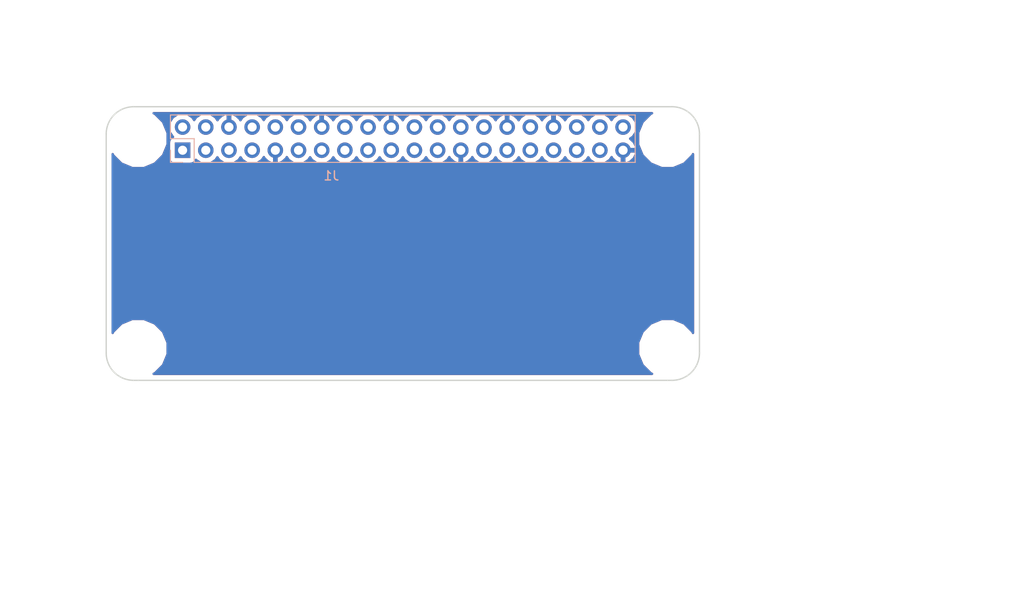
<source format=kicad_pcb>
(kicad_pcb (version 20171130) (host pcbnew 5.0.2-bee76a0~70~ubuntu16.04.1)

  (general
    (thickness 1.6)
    (drawings 20)
    (tracks 0)
    (zones 0)
    (modules 5)
    (nets 32)
  )

  (page A4)
  (title_block
    (title "Raspberry Pi Zero (W) uHAT Template Board")
    (date 2019-02-28)
    (rev 1.0)
    (comment 1 "This PCB design is licensed under MIT Open Source License.")
  )

  (layers
    (0 F.Cu signal)
    (31 B.Cu signal)
    (32 B.Adhes user)
    (33 F.Adhes user)
    (34 B.Paste user)
    (35 F.Paste user)
    (36 B.SilkS user)
    (37 F.SilkS user)
    (38 B.Mask user)
    (39 F.Mask user)
    (40 Dwgs.User user)
    (41 Cmts.User user)
    (42 Eco1.User user)
    (43 Eco2.User user)
    (44 Edge.Cuts user)
    (45 Margin user)
    (46 B.CrtYd user)
    (47 F.CrtYd user)
    (48 B.Fab user hide)
    (49 F.Fab user hide)
  )

  (setup
    (last_trace_width 0.25)
    (trace_clearance 0.2)
    (zone_clearance 0.508)
    (zone_45_only no)
    (trace_min 0.2)
    (segment_width 0.2)
    (edge_width 0.15)
    (via_size 0.8)
    (via_drill 0.4)
    (via_min_size 0.4)
    (via_min_drill 0.3)
    (uvia_size 0.3)
    (uvia_drill 0.1)
    (uvias_allowed no)
    (uvia_min_size 0.2)
    (uvia_min_drill 0.1)
    (pcb_text_width 0.3)
    (pcb_text_size 1.5 1.5)
    (mod_edge_width 0.15)
    (mod_text_size 1 1)
    (mod_text_width 0.15)
    (pad_size 1.524 1.524)
    (pad_drill 0.762)
    (pad_to_mask_clearance 0.051)
    (solder_mask_min_width 0.25)
    (aux_axis_origin 0 0)
    (grid_origin 121.032 94.568)
    (visible_elements FFFFFF7F)
    (pcbplotparams
      (layerselection 0x010fc_ffffffff)
      (usegerberextensions false)
      (usegerberattributes false)
      (usegerberadvancedattributes false)
      (creategerberjobfile false)
      (excludeedgelayer true)
      (linewidth 0.100000)
      (plotframeref false)
      (viasonmask false)
      (mode 1)
      (useauxorigin false)
      (hpglpennumber 1)
      (hpglpenspeed 20)
      (hpglpendiameter 15.000000)
      (psnegative false)
      (psa4output false)
      (plotreference true)
      (plotvalue true)
      (plotinvisibletext false)
      (padsonsilk false)
      (subtractmaskfromsilk false)
      (outputformat 1)
      (mirror false)
      (drillshape 1)
      (scaleselection 1)
      (outputdirectory ""))
  )

  (net 0 "")
  (net 1 +3V3)
  (net 2 +5V)
  (net 3 /GPIO2_SDA1)
  (net 4 /GPIO3_SCL1)
  (net 5 GND)
  (net 6 /GPIO4_GPIO_GCLK)
  (net 7 /GPIO14_TXD0)
  (net 8 /GPIO15_RXD0)
  (net 9 /GPIO17_GEN0)
  (net 10 /GPIO18_GEN1)
  (net 11 /GPIO27_GEN2)
  (net 12 /GPIO22_GEN3)
  (net 13 /GPIO23_GEN4)
  (net 14 /GPIO24_GEN5)
  (net 15 /GPIO10_SPI_MOSI)
  (net 16 /GPIO9_SPI_MISO)
  (net 17 /GPIO25_GEN6)
  (net 18 /GPIO11_SPI_SCLK)
  (net 19 /GPIO8_SPI_CE0_N)
  (net 20 /GPIO7_SPI_CE1_N)
  (net 21 /ID_SD)
  (net 22 /ID_SC)
  (net 23 /GPIO5)
  (net 24 /GPIO6)
  (net 25 /GPIO12)
  (net 26 /GPIO13)
  (net 27 /GPIO19)
  (net 28 /GPIO16)
  (net 29 /GPIO26)
  (net 30 /GPIO20)
  (net 31 /GPIO21)

  (net_class Default "This is the default net class."
    (clearance 0.2)
    (trace_width 0.25)
    (via_dia 0.8)
    (via_drill 0.4)
    (uvia_dia 0.3)
    (uvia_drill 0.1)
    (add_net +3V3)
    (add_net +5V)
    (add_net /GPIO10_SPI_MOSI)
    (add_net /GPIO11_SPI_SCLK)
    (add_net /GPIO12)
    (add_net /GPIO13)
    (add_net /GPIO14_TXD0)
    (add_net /GPIO15_RXD0)
    (add_net /GPIO16)
    (add_net /GPIO17_GEN0)
    (add_net /GPIO18_GEN1)
    (add_net /GPIO19)
    (add_net /GPIO20)
    (add_net /GPIO21)
    (add_net /GPIO22_GEN3)
    (add_net /GPIO23_GEN4)
    (add_net /GPIO24_GEN5)
    (add_net /GPIO25_GEN6)
    (add_net /GPIO26)
    (add_net /GPIO27_GEN2)
    (add_net /GPIO2_SDA1)
    (add_net /GPIO3_SCL1)
    (add_net /GPIO4_GPIO_GCLK)
    (add_net /GPIO5)
    (add_net /GPIO6)
    (add_net /GPIO7_SPI_CE1_N)
    (add_net /GPIO8_SPI_CE0_N)
    (add_net /GPIO9_SPI_MISO)
    (add_net /ID_SC)
    (add_net /ID_SD)
    (add_net GND)
  )

  (module lib:PinSocket_2x20_P2.54mm_Vertical_Centered_Anchor (layer B.Cu) (tedit 5C78E1B8) (tstamp 5C78EB08)
    (at 125.902 95.838 270)
    (descr "Through hole straight socket strip, 2x20, 2.54mm pitch, double cols (from Kicad 4.0.7), script generated")
    (tags "Through hole socket strip THT 2x20 2.54mm double row")
    (path /5C77771F)
    (fp_text reference J1 (at 2.8 -16.3) (layer B.SilkS)
      (effects (font (size 1 1) (thickness 0.15)) (justify mirror))
    )
    (fp_text value GPIO_CONNECTOR (at 2.7 -27.3) (layer B.Fab)
      (effects (font (size 1 1) (thickness 0.15)) (justify mirror))
    )
    (fp_line (start -3.81 1.27) (end 0.27 1.27) (layer B.Fab) (width 0.1))
    (fp_line (start 0.27 1.27) (end 1.27 0.27) (layer B.Fab) (width 0.1))
    (fp_line (start 1.27 0.27) (end 1.27 -49.53) (layer B.Fab) (width 0.1))
    (fp_line (start 1.27 -49.53) (end -3.81 -49.53) (layer B.Fab) (width 0.1))
    (fp_line (start -3.81 -49.53) (end -3.81 1.27) (layer B.Fab) (width 0.1))
    (fp_line (start -3.87 1.33) (end -1.27 1.33) (layer B.SilkS) (width 0.12))
    (fp_line (start -3.87 1.33) (end -3.87 -49.59) (layer B.SilkS) (width 0.12))
    (fp_line (start -3.87 -49.59) (end 1.33 -49.59) (layer B.SilkS) (width 0.12))
    (fp_line (start 1.33 -1.27) (end 1.33 -49.59) (layer B.SilkS) (width 0.12))
    (fp_line (start -1.27 -1.27) (end 1.33 -1.27) (layer B.SilkS) (width 0.12))
    (fp_line (start -1.27 1.33) (end -1.27 -1.27) (layer B.SilkS) (width 0.12))
    (fp_line (start 1.33 1.33) (end 1.33 0) (layer B.SilkS) (width 0.12))
    (fp_line (start 0 1.33) (end 1.33 1.33) (layer B.SilkS) (width 0.12))
    (fp_line (start -4.34 1.8) (end 1.76 1.8) (layer B.CrtYd) (width 0.05))
    (fp_line (start 1.76 1.8) (end 1.76 -50) (layer B.CrtYd) (width 0.05))
    (fp_line (start 1.76 -50) (end -4.34 -50) (layer B.CrtYd) (width 0.05))
    (fp_line (start -4.34 -50) (end -4.34 1.8) (layer B.CrtYd) (width 0.05))
    (fp_text user %R (at 2.8 -18.3 180) (layer B.Fab)
      (effects (font (size 1 1) (thickness 0.15)) (justify mirror))
    )
    (pad 1 thru_hole rect (at 0 0 270) (size 1.7 1.7) (drill 1) (layers *.Cu *.Mask)
      (net 1 +3V3))
    (pad 2 thru_hole oval (at -2.54 0 270) (size 1.7 1.7) (drill 1) (layers *.Cu *.Mask)
      (net 2 +5V))
    (pad 3 thru_hole oval (at 0 -2.54 270) (size 1.7 1.7) (drill 1) (layers *.Cu *.Mask)
      (net 3 /GPIO2_SDA1))
    (pad 4 thru_hole oval (at -2.54 -2.54 270) (size 1.7 1.7) (drill 1) (layers *.Cu *.Mask)
      (net 2 +5V))
    (pad 5 thru_hole oval (at 0 -5.08 270) (size 1.7 1.7) (drill 1) (layers *.Cu *.Mask)
      (net 4 /GPIO3_SCL1))
    (pad 6 thru_hole oval (at -2.54 -5.08 270) (size 1.7 1.7) (drill 1) (layers *.Cu *.Mask)
      (net 5 GND))
    (pad 7 thru_hole oval (at 0 -7.62 270) (size 1.7 1.7) (drill 1) (layers *.Cu *.Mask)
      (net 6 /GPIO4_GPIO_GCLK))
    (pad 8 thru_hole oval (at -2.54 -7.62 270) (size 1.7 1.7) (drill 1) (layers *.Cu *.Mask)
      (net 7 /GPIO14_TXD0))
    (pad 9 thru_hole oval (at 0 -10.16 270) (size 1.7 1.7) (drill 1) (layers *.Cu *.Mask)
      (net 5 GND))
    (pad 10 thru_hole oval (at -2.54 -10.16 270) (size 1.7 1.7) (drill 1) (layers *.Cu *.Mask)
      (net 8 /GPIO15_RXD0))
    (pad 11 thru_hole oval (at 0 -12.7 270) (size 1.7 1.7) (drill 1) (layers *.Cu *.Mask)
      (net 9 /GPIO17_GEN0))
    (pad 12 thru_hole oval (at -2.54 -12.7 270) (size 1.7 1.7) (drill 1) (layers *.Cu *.Mask)
      (net 10 /GPIO18_GEN1))
    (pad 13 thru_hole oval (at 0 -15.24 270) (size 1.7 1.7) (drill 1) (layers *.Cu *.Mask)
      (net 11 /GPIO27_GEN2))
    (pad 14 thru_hole oval (at -2.54 -15.24 270) (size 1.7 1.7) (drill 1) (layers *.Cu *.Mask)
      (net 5 GND))
    (pad 15 thru_hole oval (at 0 -17.78 270) (size 1.7 1.7) (drill 1) (layers *.Cu *.Mask)
      (net 12 /GPIO22_GEN3))
    (pad 16 thru_hole oval (at -2.54 -17.78 270) (size 1.7 1.7) (drill 1) (layers *.Cu *.Mask)
      (net 13 /GPIO23_GEN4))
    (pad 17 thru_hole oval (at 0 -20.32 270) (size 1.7 1.7) (drill 1) (layers *.Cu *.Mask)
      (net 1 +3V3))
    (pad 18 thru_hole oval (at -2.54 -20.32 270) (size 1.7 1.7) (drill 1) (layers *.Cu *.Mask)
      (net 14 /GPIO24_GEN5))
    (pad 19 thru_hole oval (at 0 -22.86 270) (size 1.7 1.7) (drill 1) (layers *.Cu *.Mask)
      (net 15 /GPIO10_SPI_MOSI))
    (pad 20 thru_hole oval (at -2.54 -22.86 270) (size 1.7 1.7) (drill 1) (layers *.Cu *.Mask)
      (net 5 GND))
    (pad 21 thru_hole oval (at 0 -25.4 270) (size 1.7 1.7) (drill 1) (layers *.Cu *.Mask)
      (net 16 /GPIO9_SPI_MISO))
    (pad 22 thru_hole oval (at -2.54 -25.4 270) (size 1.7 1.7) (drill 1) (layers *.Cu *.Mask)
      (net 17 /GPIO25_GEN6))
    (pad 23 thru_hole oval (at 0 -27.94 270) (size 1.7 1.7) (drill 1) (layers *.Cu *.Mask)
      (net 18 /GPIO11_SPI_SCLK))
    (pad 24 thru_hole oval (at -2.54 -27.94 270) (size 1.7 1.7) (drill 1) (layers *.Cu *.Mask)
      (net 19 /GPIO8_SPI_CE0_N))
    (pad 25 thru_hole oval (at 0 -30.48 270) (size 1.7 1.7) (drill 1) (layers *.Cu *.Mask)
      (net 5 GND))
    (pad 26 thru_hole oval (at -2.54 -30.48 270) (size 1.7 1.7) (drill 1) (layers *.Cu *.Mask)
      (net 20 /GPIO7_SPI_CE1_N))
    (pad 27 thru_hole oval (at 0 -33.02 270) (size 1.7 1.7) (drill 1) (layers *.Cu *.Mask)
      (net 21 /ID_SD))
    (pad 28 thru_hole oval (at -2.54 -33.02 270) (size 1.7 1.7) (drill 1) (layers *.Cu *.Mask)
      (net 22 /ID_SC))
    (pad 29 thru_hole oval (at 0 -35.56 270) (size 1.7 1.7) (drill 1) (layers *.Cu *.Mask)
      (net 23 /GPIO5))
    (pad 30 thru_hole oval (at -2.54 -35.56 270) (size 1.7 1.7) (drill 1) (layers *.Cu *.Mask)
      (net 5 GND))
    (pad 31 thru_hole oval (at 0 -38.1 270) (size 1.7 1.7) (drill 1) (layers *.Cu *.Mask)
      (net 24 /GPIO6))
    (pad 32 thru_hole oval (at -2.54 -38.1 270) (size 1.7 1.7) (drill 1) (layers *.Cu *.Mask)
      (net 25 /GPIO12))
    (pad 33 thru_hole oval (at 0 -40.64 270) (size 1.7 1.7) (drill 1) (layers *.Cu *.Mask)
      (net 26 /GPIO13))
    (pad 34 thru_hole oval (at -2.54 -40.64 270) (size 1.7 1.7) (drill 1) (layers *.Cu *.Mask)
      (net 5 GND))
    (pad 35 thru_hole oval (at 0 -43.18 270) (size 1.7 1.7) (drill 1) (layers *.Cu *.Mask)
      (net 27 /GPIO19))
    (pad 36 thru_hole oval (at -2.54 -43.18 270) (size 1.7 1.7) (drill 1) (layers *.Cu *.Mask)
      (net 28 /GPIO16))
    (pad 37 thru_hole oval (at 0 -45.72 270) (size 1.7 1.7) (drill 1) (layers *.Cu *.Mask)
      (net 29 /GPIO26))
    (pad 38 thru_hole oval (at -2.54 -45.72 270) (size 1.7 1.7) (drill 1) (layers *.Cu *.Mask)
      (net 30 /GPIO20))
    (pad 39 thru_hole oval (at 0 -48.26 270) (size 1.7 1.7) (drill 1) (layers *.Cu *.Mask)
      (net 5 GND))
    (pad 40 thru_hole oval (at -2.54 -48.26 270) (size 1.7 1.7) (drill 1) (layers *.Cu *.Mask)
      (net 31 /GPIO21))
    (model ${KISYS3DMOD}/Connector_PinSocket_2.54mm.3dshapes/PinSocket_2x20_P2.54mm_Vertical.wrl
      (at (xyz 0 0 0))
      (scale (xyz 1 1 1))
      (rotate (xyz 0 0 0))
    )
  )

  (module lib:MountingHole_2.7mm_M2.5_uHAT_RPi locked (layer F.Cu) (tedit 5C78B840) (tstamp 5C78BBE2)
    (at 121.032 94.568)
    (descr "Mounting Hole 2.7mm, no annular, M2.5")
    (tags "mounting hole 2.7mm no annular m2.5")
    (path /5C7C4C81)
    (attr virtual)
    (fp_text reference H1 (at 0 -3.7) (layer F.SilkS) hide
      (effects (font (size 1 1) (thickness 0.15)))
    )
    (fp_text value MountingHole (at 0 3.7) (layer F.Fab) hide
      (effects (font (size 1 1) (thickness 0.15)))
    )
    (fp_text user %R (at 0.3 0) (layer F.Fab)
      (effects (font (size 1 1) (thickness 0.15)))
    )
    (fp_circle (center 0 0) (end 2.7 0) (layer Cmts.User) (width 0.15))
    (fp_circle (center 0 0) (end 2.95 0) (layer F.CrtYd) (width 0.05))
    (pad "" np_thru_hole circle (at 0 0) (size 2.7 2.7) (drill 2.7) (layers *.Cu *.Mask)
      (clearance 1.75))
  )

  (module lib:MountingHole_2.7mm_M2.5_uHAT_RPi locked (layer F.Cu) (tedit 5C78B867) (tstamp 5C78BBE9)
    (at 179.032 94.568)
    (descr "Mounting Hole 2.7mm, no annular, M2.5")
    (tags "mounting hole 2.7mm no annular m2.5")
    (path /5C7C7FBC)
    (attr virtual)
    (fp_text reference H2 (at 0 -3.7) (layer F.SilkS) hide
      (effects (font (size 1 1) (thickness 0.15)))
    )
    (fp_text value MountingHole (at 0 3.7) (layer F.Fab) hide
      (effects (font (size 1 1) (thickness 0.15)))
    )
    (fp_circle (center 0 0) (end 2.95 0) (layer F.CrtYd) (width 0.05))
    (fp_circle (center 0 0) (end 2.7 0) (layer Cmts.User) (width 0.15))
    (fp_text user %R (at 0.3 0) (layer F.Fab)
      (effects (font (size 1 1) (thickness 0.15)))
    )
    (pad "" np_thru_hole circle (at 0 0) (size 2.7 2.7) (drill 2.7) (layers *.Cu *.Mask)
      (clearance 1.75))
  )

  (module lib:MountingHole_2.7mm_M2.5_uHAT_RPi locked (layer F.Cu) (tedit 5C78B860) (tstamp 5C78BBF0)
    (at 179.032 117.568)
    (descr "Mounting Hole 2.7mm, no annular, M2.5")
    (tags "mounting hole 2.7mm no annular m2.5")
    (path /5C7C8014)
    (attr virtual)
    (fp_text reference H3 (at 0 -3.7) (layer F.SilkS) hide
      (effects (font (size 1 1) (thickness 0.15)))
    )
    (fp_text value MountingHole (at 0 3.7) (layer F.Fab) hide
      (effects (font (size 1 1) (thickness 0.15)))
    )
    (fp_text user %R (at 0.3 0) (layer F.Fab)
      (effects (font (size 1 1) (thickness 0.15)))
    )
    (fp_circle (center 0 0) (end 2.7 0) (layer Cmts.User) (width 0.15))
    (fp_circle (center 0 0) (end 2.95 0) (layer F.CrtYd) (width 0.05))
    (pad "" np_thru_hole circle (at 0 0) (size 2.7 2.7) (drill 2.7) (layers *.Cu *.Mask)
      (clearance 1.75))
  )

  (module lib:MountingHole_2.7mm_M2.5_uHAT_RPi locked (layer F.Cu) (tedit 5C78B845) (tstamp 5C78BBF7)
    (at 121.032 117.568)
    (descr "Mounting Hole 2.7mm, no annular, M2.5")
    (tags "mounting hole 2.7mm no annular m2.5")
    (path /5C7C8030)
    (attr virtual)
    (fp_text reference H4 (at 0 -3.7) (layer F.SilkS) hide
      (effects (font (size 1 1) (thickness 0.15)))
    )
    (fp_text value MountingHole (at 0 3.7) (layer F.Fab) hide
      (effects (font (size 1 1) (thickness 0.15)))
    )
    (fp_circle (center 0 0) (end 2.95 0) (layer F.CrtYd) (width 0.05))
    (fp_circle (center 0 0) (end 2.7 0) (layer Cmts.User) (width 0.15))
    (fp_text user %R (at 0.3 0) (layer F.Fab)
      (effects (font (size 1 1) (thickness 0.15)))
    )
    (pad "" np_thru_hole circle (at 0 0) (size 2.7 2.7) (drill 2.7) (layers *.Cu *.Mask)
      (clearance 1.75))
  )

  (gr_text "Board dimensions are on Cmts (Comments) layer. \nDeselect it in Layers Manager to make them invisible.\n\nGPIO connector nets are not connected, these will get \nupdated as per your schematic/netlist." (at 120.524 139.272) (layer Cmts.User)
    (effects (font (size 1.5 1.5) (thickness 0.3)) (justify left))
  )
  (gr_text "Board Corner Radius = 3mm\nAll holes are M2.5" (at 184.278 87.202) (layer Cmts.User)
    (effects (font (size 1.5 1.5) (thickness 0.3)) (justify left))
  )
  (dimension 29 (width 0.3) (layer Cmts.User)
    (gr_text "29.000 mm" (at 135.532 103.868) (layer Cmts.User)
      (effects (font (size 1.5 1.5) (thickness 0.3)))
    )
    (feature1 (pts (xy 121.032 94.568) (xy 121.032 102.354421)))
    (feature2 (pts (xy 150.032 94.568) (xy 150.032 102.354421)))
    (crossbar (pts (xy 150.032 101.768) (xy 121.032 101.768)))
    (arrow1a (pts (xy 121.032 101.768) (xy 122.158504 101.181579)))
    (arrow1b (pts (xy 121.032 101.768) (xy 122.158504 102.354421)))
    (arrow2a (pts (xy 150.032 101.768) (xy 148.905496 101.181579)))
    (arrow2b (pts (xy 150.032 101.768) (xy 148.905496 102.354421)))
  )
  (dimension 6.2 (width 0.3) (layer Cmts.User)
    (gr_text "6.200 mm" (at 179.032 129.268) (layer Cmts.User)
      (effects (font (size 1.5 1.5) (thickness 0.3)))
    )
    (feature1 (pts (xy 182.132 117.568) (xy 182.132 127.754421)))
    (feature2 (pts (xy 175.932 117.568) (xy 175.932 127.754421)))
    (crossbar (pts (xy 175.932 127.168) (xy 182.132 127.168)))
    (arrow1a (pts (xy 182.132 127.168) (xy 181.005496 127.754421)))
    (arrow1b (pts (xy 182.132 127.168) (xy 181.005496 126.581579)))
    (arrow2a (pts (xy 175.932 127.168) (xy 177.058504 127.754421)))
    (arrow2b (pts (xy 175.932 127.168) (xy 177.058504 126.581579)))
  )
  (dimension 3.5 (width 0.3) (layer Cmts.User)
    (gr_text "3.500 mm" (at 111.432 119.318 270) (layer Cmts.User)
      (effects (font (size 1.5 1.5) (thickness 0.3)))
    )
    (feature1 (pts (xy 121.032 121.068) (xy 112.945579 121.068)))
    (feature2 (pts (xy 121.032 117.568) (xy 112.945579 117.568)))
    (crossbar (pts (xy 113.532 117.568) (xy 113.532 121.068)))
    (arrow1a (pts (xy 113.532 121.068) (xy 112.945579 119.941496)))
    (arrow1b (pts (xy 113.532 121.068) (xy 114.118421 119.941496)))
    (arrow2a (pts (xy 113.532 117.568) (xy 112.945579 118.694504)))
    (arrow2b (pts (xy 113.532 117.568) (xy 114.118421 118.694504)))
  )
  (dimension 3.5 (width 0.3) (layer Cmts.User)
    (gr_text "3.500 mm" (at 119.282 125.668) (layer Cmts.User)
      (effects (font (size 1.5 1.5) (thickness 0.3)))
    )
    (feature1 (pts (xy 117.532 117.568) (xy 117.532 124.154421)))
    (feature2 (pts (xy 121.032 117.568) (xy 121.032 124.154421)))
    (crossbar (pts (xy 121.032 123.568) (xy 117.532 123.568)))
    (arrow1a (pts (xy 117.532 123.568) (xy 118.658504 122.981579)))
    (arrow1b (pts (xy 117.532 123.568) (xy 118.658504 124.154421)))
    (arrow2a (pts (xy 121.032 123.568) (xy 119.905496 122.981579)))
    (arrow2b (pts (xy 121.032 123.568) (xy 119.905496 124.154421)))
  )
  (dimension 30 (width 0.3) (layer Cmts.User)
    (gr_text "30.000 mm" (at 194.132 106.068 270) (layer Cmts.User)
      (effects (font (size 1.5 1.5) (thickness 0.3)))
    )
    (feature1 (pts (xy 179.032 121.068) (xy 192.618421 121.068)))
    (feature2 (pts (xy 179.032 91.068) (xy 192.618421 91.068)))
    (crossbar (pts (xy 192.032 91.068) (xy 192.032 121.068)))
    (arrow1a (pts (xy 192.032 121.068) (xy 191.445579 119.941496)))
    (arrow1b (pts (xy 192.032 121.068) (xy 192.618421 119.941496)))
    (arrow2a (pts (xy 192.032 91.068) (xy 191.445579 92.194504)))
    (arrow2b (pts (xy 192.032 91.068) (xy 192.618421 92.194504)))
  )
  (dimension 23 (width 0.3) (layer Cmts.User)
    (gr_text "23.000 mm" (at 188.632 106.068 270) (layer Cmts.User)
      (effects (font (size 1.5 1.5) (thickness 0.3)))
    )
    (feature1 (pts (xy 179.032 117.568) (xy 187.118421 117.568)))
    (feature2 (pts (xy 179.032 94.568) (xy 187.118421 94.568)))
    (crossbar (pts (xy 186.532 94.568) (xy 186.532 117.568)))
    (arrow1a (pts (xy 186.532 117.568) (xy 185.945579 116.441496)))
    (arrow1b (pts (xy 186.532 117.568) (xy 187.118421 116.441496)))
    (arrow2a (pts (xy 186.532 94.568) (xy 185.945579 95.694504)))
    (arrow2b (pts (xy 186.532 94.568) (xy 187.118421 95.694504)))
  )
  (dimension 65 (width 0.3) (layer Cmts.User)
    (gr_text "65.000 mm" (at 150.032 80.468) (layer Cmts.User)
      (effects (font (size 1.5 1.5) (thickness 0.3)))
    )
    (feature1 (pts (xy 182.532 94.568) (xy 182.532 81.981579)))
    (feature2 (pts (xy 117.532 94.568) (xy 117.532 81.981579)))
    (crossbar (pts (xy 117.532 82.568) (xy 182.532 82.568)))
    (arrow1a (pts (xy 182.532 82.568) (xy 181.405496 83.154421)))
    (arrow1b (pts (xy 182.532 82.568) (xy 181.405496 81.981579)))
    (arrow2a (pts (xy 117.532 82.568) (xy 118.658504 83.154421)))
    (arrow2b (pts (xy 117.532 82.568) (xy 118.658504 81.981579)))
  )
  (dimension 58 (width 0.3) (layer Cmts.User)
    (gr_text "58.000 mm" (at 150.032 84.968) (layer Cmts.User)
      (effects (font (size 1.5 1.5) (thickness 0.3)))
    )
    (feature1 (pts (xy 179.032 94.568) (xy 179.032 86.481579)))
    (feature2 (pts (xy 121.032 94.568) (xy 121.032 86.481579)))
    (crossbar (pts (xy 121.032 87.068) (xy 179.032 87.068)))
    (arrow1a (pts (xy 179.032 87.068) (xy 177.905496 87.654421)))
    (arrow1b (pts (xy 179.032 87.068) (xy 177.905496 86.481579)))
    (arrow2a (pts (xy 121.032 87.068) (xy 122.158504 87.654421)))
    (arrow2b (pts (xy 121.032 87.068) (xy 122.158504 86.481579)))
  )
  (gr_line (start 121.032 121.068) (end 120.532 121.068) (layer Edge.Cuts) (width 0.15) (tstamp 5C77FCD3))
  (gr_line (start 179.032 121.068) (end 179.532 121.068) (layer Edge.Cuts) (width 0.15) (tstamp 5C77FCD0))
  (gr_line (start 182.532 94.068) (end 182.532 118.068) (layer Edge.Cuts) (width 0.15) (tstamp 5C77FCCD))
  (gr_line (start 120.532 91.068) (end 179.532 91.068) (layer Edge.Cuts) (width 0.15) (tstamp 5C77FCCA))
  (gr_line (start 117.532 118.068) (end 117.532 94.068) (layer Edge.Cuts) (width 0.15) (tstamp 5C77FCC7))
  (gr_arc (start 120.532 94.068) (end 120.532 91.068) (angle -90) (layer Edge.Cuts) (width 0.15) (tstamp 5C77FCC4))
  (gr_arc (start 120.532 118.068) (end 117.532 118.068) (angle -90) (layer Edge.Cuts) (width 0.15) (tstamp 5C77FCC1))
  (gr_arc (start 179.532 118.068) (end 179.532 121.068) (angle -90) (layer Edge.Cuts) (width 0.15) (tstamp 5C77FCBE))
  (gr_arc (start 179.532 94.068) (end 182.532 94.068) (angle -90) (layer Edge.Cuts) (width 0.15) (tstamp 5C77FCBB))
  (gr_line (start 121.032 121.068) (end 179.032 121.068) (layer Edge.Cuts) (width 0.15) (tstamp 5C77FCB8))

  (zone (net 5) (net_name GND) (layer F.Cu) (tstamp 0) (hatch edge 0.508)
    (connect_pads (clearance 0.508))
    (min_thickness 0.254)
    (fill yes (arc_segments 16) (thermal_gap 0.508) (thermal_bridge_width 0.508))
    (polygon
      (pts
        (xy 115.952 89.488) (xy 115.952 122) (xy 183.516 122) (xy 183.516 89.488)
      )
    )
    (filled_polygon
      (pts
        (xy 177.204051 91.832281) (xy 176.296281 92.740051) (xy 175.805 93.92611) (xy 175.805 95.20989) (xy 176.296281 96.395949)
        (xy 177.204051 97.303719) (xy 178.39011 97.795) (xy 179.67389 97.795) (xy 180.859949 97.303719) (xy 181.767719 96.395949)
        (xy 181.822 96.264903) (xy 181.822001 115.871099) (xy 181.767719 115.740051) (xy 180.859949 114.832281) (xy 179.67389 114.341)
        (xy 178.39011 114.341) (xy 177.204051 114.832281) (xy 176.296281 115.740051) (xy 175.805 116.92611) (xy 175.805 118.20989)
        (xy 176.296281 119.395949) (xy 177.204051 120.303719) (xy 177.335097 120.358) (xy 122.728903 120.358) (xy 122.859949 120.303719)
        (xy 123.767719 119.395949) (xy 124.259 118.20989) (xy 124.259 116.92611) (xy 123.767719 115.740051) (xy 122.859949 114.832281)
        (xy 121.67389 114.341) (xy 120.39011 114.341) (xy 119.204051 114.832281) (xy 118.296281 115.740051) (xy 118.242 115.871097)
        (xy 118.242 96.264903) (xy 118.296281 96.395949) (xy 119.204051 97.303719) (xy 120.39011 97.795) (xy 121.67389 97.795)
        (xy 122.859949 97.303719) (xy 123.767719 96.395949) (xy 124.259 95.20989) (xy 124.259 93.92611) (xy 123.998829 93.298)
        (xy 124.387908 93.298) (xy 124.503161 93.877418) (xy 124.831375 94.368625) (xy 124.849619 94.380816) (xy 124.804235 94.389843)
        (xy 124.594191 94.530191) (xy 124.453843 94.740235) (xy 124.40456 94.988) (xy 124.40456 96.688) (xy 124.453843 96.935765)
        (xy 124.594191 97.145809) (xy 124.804235 97.286157) (xy 125.052 97.33544) (xy 126.752 97.33544) (xy 126.999765 97.286157)
        (xy 127.209809 97.145809) (xy 127.350157 96.935765) (xy 127.359184 96.890381) (xy 127.371375 96.908625) (xy 127.862582 97.236839)
        (xy 128.295744 97.323) (xy 128.588256 97.323) (xy 129.021418 97.236839) (xy 129.512625 96.908625) (xy 129.712 96.610239)
        (xy 129.911375 96.908625) (xy 130.402582 97.236839) (xy 130.835744 97.323) (xy 131.128256 97.323) (xy 131.561418 97.236839)
        (xy 132.052625 96.908625) (xy 132.252 96.610239) (xy 132.451375 96.908625) (xy 132.942582 97.236839) (xy 133.375744 97.323)
        (xy 133.668256 97.323) (xy 134.101418 97.236839) (xy 134.592625 96.908625) (xy 134.805843 96.589522) (xy 134.866817 96.719358)
        (xy 135.295076 97.109645) (xy 135.70511 97.279476) (xy 135.935 97.158155) (xy 135.935 95.965) (xy 135.915 95.965)
        (xy 135.915 95.711) (xy 135.935 95.711) (xy 135.935 95.691) (xy 136.189 95.691) (xy 136.189 95.711)
        (xy 136.209 95.711) (xy 136.209 95.965) (xy 136.189 95.965) (xy 136.189 97.158155) (xy 136.41889 97.279476)
        (xy 136.828924 97.109645) (xy 137.257183 96.719358) (xy 137.318157 96.589522) (xy 137.531375 96.908625) (xy 138.022582 97.236839)
        (xy 138.455744 97.323) (xy 138.748256 97.323) (xy 139.181418 97.236839) (xy 139.672625 96.908625) (xy 139.872 96.610239)
        (xy 140.071375 96.908625) (xy 140.562582 97.236839) (xy 140.995744 97.323) (xy 141.288256 97.323) (xy 141.721418 97.236839)
        (xy 142.212625 96.908625) (xy 142.412 96.610239) (xy 142.611375 96.908625) (xy 143.102582 97.236839) (xy 143.535744 97.323)
        (xy 143.828256 97.323) (xy 144.261418 97.236839) (xy 144.752625 96.908625) (xy 144.952 96.610239) (xy 145.151375 96.908625)
        (xy 145.642582 97.236839) (xy 146.075744 97.323) (xy 146.368256 97.323) (xy 146.801418 97.236839) (xy 147.292625 96.908625)
        (xy 147.492 96.610239) (xy 147.691375 96.908625) (xy 148.182582 97.236839) (xy 148.615744 97.323) (xy 148.908256 97.323)
        (xy 149.341418 97.236839) (xy 149.832625 96.908625) (xy 150.032 96.610239) (xy 150.231375 96.908625) (xy 150.722582 97.236839)
        (xy 151.155744 97.323) (xy 151.448256 97.323) (xy 151.881418 97.236839) (xy 152.372625 96.908625) (xy 152.572 96.610239)
        (xy 152.771375 96.908625) (xy 153.262582 97.236839) (xy 153.695744 97.323) (xy 153.988256 97.323) (xy 154.421418 97.236839)
        (xy 154.912625 96.908625) (xy 155.125843 96.589522) (xy 155.186817 96.719358) (xy 155.615076 97.109645) (xy 156.02511 97.279476)
        (xy 156.255 97.158155) (xy 156.255 95.965) (xy 156.235 95.965) (xy 156.235 95.711) (xy 156.255 95.711)
        (xy 156.255 95.691) (xy 156.509 95.691) (xy 156.509 95.711) (xy 156.529 95.711) (xy 156.529 95.965)
        (xy 156.509 95.965) (xy 156.509 97.158155) (xy 156.73889 97.279476) (xy 157.148924 97.109645) (xy 157.577183 96.719358)
        (xy 157.638157 96.589522) (xy 157.851375 96.908625) (xy 158.342582 97.236839) (xy 158.775744 97.323) (xy 159.068256 97.323)
        (xy 159.501418 97.236839) (xy 159.992625 96.908625) (xy 160.192 96.610239) (xy 160.391375 96.908625) (xy 160.882582 97.236839)
        (xy 161.315744 97.323) (xy 161.608256 97.323) (xy 162.041418 97.236839) (xy 162.532625 96.908625) (xy 162.732 96.610239)
        (xy 162.931375 96.908625) (xy 163.422582 97.236839) (xy 163.855744 97.323) (xy 164.148256 97.323) (xy 164.581418 97.236839)
        (xy 165.072625 96.908625) (xy 165.272 96.610239) (xy 165.471375 96.908625) (xy 165.962582 97.236839) (xy 166.395744 97.323)
        (xy 166.688256 97.323) (xy 167.121418 97.236839) (xy 167.612625 96.908625) (xy 167.812 96.610239) (xy 168.011375 96.908625)
        (xy 168.502582 97.236839) (xy 168.935744 97.323) (xy 169.228256 97.323) (xy 169.661418 97.236839) (xy 170.152625 96.908625)
        (xy 170.352 96.610239) (xy 170.551375 96.908625) (xy 171.042582 97.236839) (xy 171.475744 97.323) (xy 171.768256 97.323)
        (xy 172.201418 97.236839) (xy 172.692625 96.908625) (xy 172.905843 96.589522) (xy 172.966817 96.719358) (xy 173.395076 97.109645)
        (xy 173.80511 97.279476) (xy 174.035 97.158155) (xy 174.035 95.965) (xy 174.289 95.965) (xy 174.289 97.158155)
        (xy 174.51889 97.279476) (xy 174.928924 97.109645) (xy 175.357183 96.719358) (xy 175.603486 96.194892) (xy 175.482819 95.965)
        (xy 174.289 95.965) (xy 174.035 95.965) (xy 174.015 95.965) (xy 174.015 95.711) (xy 174.035 95.711)
        (xy 174.035 95.691) (xy 174.289 95.691) (xy 174.289 95.711) (xy 175.482819 95.711) (xy 175.603486 95.481108)
        (xy 175.357183 94.956642) (xy 174.932214 94.569353) (xy 175.232625 94.368625) (xy 175.560839 93.877418) (xy 175.676092 93.298)
        (xy 175.560839 92.718582) (xy 175.232625 92.227375) (xy 174.741418 91.899161) (xy 174.308256 91.813) (xy 174.015744 91.813)
        (xy 173.582582 91.899161) (xy 173.091375 92.227375) (xy 172.892 92.525761) (xy 172.692625 92.227375) (xy 172.201418 91.899161)
        (xy 171.768256 91.813) (xy 171.475744 91.813) (xy 171.042582 91.899161) (xy 170.551375 92.227375) (xy 170.352 92.525761)
        (xy 170.152625 92.227375) (xy 169.661418 91.899161) (xy 169.228256 91.813) (xy 168.935744 91.813) (xy 168.502582 91.899161)
        (xy 168.011375 92.227375) (xy 167.798157 92.546478) (xy 167.737183 92.416642) (xy 167.308924 92.026355) (xy 166.89889 91.856524)
        (xy 166.669 91.977845) (xy 166.669 93.171) (xy 166.689 93.171) (xy 166.689 93.425) (xy 166.669 93.425)
        (xy 166.669 93.445) (xy 166.415 93.445) (xy 166.415 93.425) (xy 166.395 93.425) (xy 166.395 93.171)
        (xy 166.415 93.171) (xy 166.415 91.977845) (xy 166.18511 91.856524) (xy 165.775076 92.026355) (xy 165.346817 92.416642)
        (xy 165.285843 92.546478) (xy 165.072625 92.227375) (xy 164.581418 91.899161) (xy 164.148256 91.813) (xy 163.855744 91.813)
        (xy 163.422582 91.899161) (xy 162.931375 92.227375) (xy 162.718157 92.546478) (xy 162.657183 92.416642) (xy 162.228924 92.026355)
        (xy 161.81889 91.856524) (xy 161.589 91.977845) (xy 161.589 93.171) (xy 161.609 93.171) (xy 161.609 93.425)
        (xy 161.589 93.425) (xy 161.589 93.445) (xy 161.335 93.445) (xy 161.335 93.425) (xy 161.315 93.425)
        (xy 161.315 93.171) (xy 161.335 93.171) (xy 161.335 91.977845) (xy 161.10511 91.856524) (xy 160.695076 92.026355)
        (xy 160.266817 92.416642) (xy 160.205843 92.546478) (xy 159.992625 92.227375) (xy 159.501418 91.899161) (xy 159.068256 91.813)
        (xy 158.775744 91.813) (xy 158.342582 91.899161) (xy 157.851375 92.227375) (xy 157.652 92.525761) (xy 157.452625 92.227375)
        (xy 156.961418 91.899161) (xy 156.528256 91.813) (xy 156.235744 91.813) (xy 155.802582 91.899161) (xy 155.311375 92.227375)
        (xy 155.112 92.525761) (xy 154.912625 92.227375) (xy 154.421418 91.899161) (xy 153.988256 91.813) (xy 153.695744 91.813)
        (xy 153.262582 91.899161) (xy 152.771375 92.227375) (xy 152.572 92.525761) (xy 152.372625 92.227375) (xy 151.881418 91.899161)
        (xy 151.448256 91.813) (xy 151.155744 91.813) (xy 150.722582 91.899161) (xy 150.231375 92.227375) (xy 150.018157 92.546478)
        (xy 149.957183 92.416642) (xy 149.528924 92.026355) (xy 149.11889 91.856524) (xy 148.889 91.977845) (xy 148.889 93.171)
        (xy 148.909 93.171) (xy 148.909 93.425) (xy 148.889 93.425) (xy 148.889 93.445) (xy 148.635 93.445)
        (xy 148.635 93.425) (xy 148.615 93.425) (xy 148.615 93.171) (xy 148.635 93.171) (xy 148.635 91.977845)
        (xy 148.40511 91.856524) (xy 147.995076 92.026355) (xy 147.566817 92.416642) (xy 147.505843 92.546478) (xy 147.292625 92.227375)
        (xy 146.801418 91.899161) (xy 146.368256 91.813) (xy 146.075744 91.813) (xy 145.642582 91.899161) (xy 145.151375 92.227375)
        (xy 144.952 92.525761) (xy 144.752625 92.227375) (xy 144.261418 91.899161) (xy 143.828256 91.813) (xy 143.535744 91.813)
        (xy 143.102582 91.899161) (xy 142.611375 92.227375) (xy 142.398157 92.546478) (xy 142.337183 92.416642) (xy 141.908924 92.026355)
        (xy 141.49889 91.856524) (xy 141.269 91.977845) (xy 141.269 93.171) (xy 141.289 93.171) (xy 141.289 93.425)
        (xy 141.269 93.425) (xy 141.269 93.445) (xy 141.015 93.445) (xy 141.015 93.425) (xy 140.995 93.425)
        (xy 140.995 93.171) (xy 141.015 93.171) (xy 141.015 91.977845) (xy 140.78511 91.856524) (xy 140.375076 92.026355)
        (xy 139.946817 92.416642) (xy 139.885843 92.546478) (xy 139.672625 92.227375) (xy 139.181418 91.899161) (xy 138.748256 91.813)
        (xy 138.455744 91.813) (xy 138.022582 91.899161) (xy 137.531375 92.227375) (xy 137.332 92.525761) (xy 137.132625 92.227375)
        (xy 136.641418 91.899161) (xy 136.208256 91.813) (xy 135.915744 91.813) (xy 135.482582 91.899161) (xy 134.991375 92.227375)
        (xy 134.792 92.525761) (xy 134.592625 92.227375) (xy 134.101418 91.899161) (xy 133.668256 91.813) (xy 133.375744 91.813)
        (xy 132.942582 91.899161) (xy 132.451375 92.227375) (xy 132.238157 92.546478) (xy 132.177183 92.416642) (xy 131.748924 92.026355)
        (xy 131.33889 91.856524) (xy 131.109 91.977845) (xy 131.109 93.171) (xy 131.129 93.171) (xy 131.129 93.425)
        (xy 131.109 93.425) (xy 131.109 93.445) (xy 130.855 93.445) (xy 130.855 93.425) (xy 130.835 93.425)
        (xy 130.835 93.171) (xy 130.855 93.171) (xy 130.855 91.977845) (xy 130.62511 91.856524) (xy 130.215076 92.026355)
        (xy 129.786817 92.416642) (xy 129.725843 92.546478) (xy 129.512625 92.227375) (xy 129.021418 91.899161) (xy 128.588256 91.813)
        (xy 128.295744 91.813) (xy 127.862582 91.899161) (xy 127.371375 92.227375) (xy 127.172 92.525761) (xy 126.972625 92.227375)
        (xy 126.481418 91.899161) (xy 126.048256 91.813) (xy 125.755744 91.813) (xy 125.322582 91.899161) (xy 124.831375 92.227375)
        (xy 124.503161 92.718582) (xy 124.387908 93.298) (xy 123.998829 93.298) (xy 123.767719 92.740051) (xy 122.859949 91.832281)
        (xy 122.728903 91.778) (xy 177.335097 91.778)
      )
    )
  )
  (zone (net 5) (net_name GND) (layer B.Cu) (tstamp 5C78FCF5) (hatch edge 0.508)
    (connect_pads (clearance 0.508))
    (min_thickness 0.254)
    (fill yes (arc_segments 16) (thermal_gap 0.508) (thermal_bridge_width 0.508))
    (polygon
      (pts
        (xy 115.952 89.488) (xy 115.952 122) (xy 183.516 122) (xy 183.516 89.488)
      )
    )
    (filled_polygon
      (pts
        (xy 177.204051 91.832281) (xy 176.296281 92.740051) (xy 175.805 93.92611) (xy 175.805 95.20989) (xy 176.296281 96.395949)
        (xy 177.204051 97.303719) (xy 178.39011 97.795) (xy 179.67389 97.795) (xy 180.859949 97.303719) (xy 181.767719 96.395949)
        (xy 181.822 96.264903) (xy 181.822001 115.871099) (xy 181.767719 115.740051) (xy 180.859949 114.832281) (xy 179.67389 114.341)
        (xy 178.39011 114.341) (xy 177.204051 114.832281) (xy 176.296281 115.740051) (xy 175.805 116.92611) (xy 175.805 118.20989)
        (xy 176.296281 119.395949) (xy 177.204051 120.303719) (xy 177.335097 120.358) (xy 122.728903 120.358) (xy 122.859949 120.303719)
        (xy 123.767719 119.395949) (xy 124.259 118.20989) (xy 124.259 116.92611) (xy 123.767719 115.740051) (xy 122.859949 114.832281)
        (xy 121.67389 114.341) (xy 120.39011 114.341) (xy 119.204051 114.832281) (xy 118.296281 115.740051) (xy 118.242 115.871097)
        (xy 118.242 96.264903) (xy 118.296281 96.395949) (xy 119.204051 97.303719) (xy 120.39011 97.795) (xy 121.67389 97.795)
        (xy 122.859949 97.303719) (xy 123.767719 96.395949) (xy 124.259 95.20989) (xy 124.259 93.92611) (xy 123.998829 93.298)
        (xy 124.387908 93.298) (xy 124.503161 93.877418) (xy 124.831375 94.368625) (xy 124.849619 94.380816) (xy 124.804235 94.389843)
        (xy 124.594191 94.530191) (xy 124.453843 94.740235) (xy 124.40456 94.988) (xy 124.40456 96.688) (xy 124.453843 96.935765)
        (xy 124.594191 97.145809) (xy 124.804235 97.286157) (xy 125.052 97.33544) (xy 126.752 97.33544) (xy 126.999765 97.286157)
        (xy 127.209809 97.145809) (xy 127.350157 96.935765) (xy 127.359184 96.890381) (xy 127.371375 96.908625) (xy 127.862582 97.236839)
        (xy 128.295744 97.323) (xy 128.588256 97.323) (xy 129.021418 97.236839) (xy 129.512625 96.908625) (xy 129.712 96.610239)
        (xy 129.911375 96.908625) (xy 130.402582 97.236839) (xy 130.835744 97.323) (xy 131.128256 97.323) (xy 131.561418 97.236839)
        (xy 132.052625 96.908625) (xy 132.252 96.610239) (xy 132.451375 96.908625) (xy 132.942582 97.236839) (xy 133.375744 97.323)
        (xy 133.668256 97.323) (xy 134.101418 97.236839) (xy 134.592625 96.908625) (xy 134.805843 96.589522) (xy 134.866817 96.719358)
        (xy 135.295076 97.109645) (xy 135.70511 97.279476) (xy 135.935 97.158155) (xy 135.935 95.965) (xy 135.915 95.965)
        (xy 135.915 95.711) (xy 135.935 95.711) (xy 135.935 95.691) (xy 136.189 95.691) (xy 136.189 95.711)
        (xy 136.209 95.711) (xy 136.209 95.965) (xy 136.189 95.965) (xy 136.189 97.158155) (xy 136.41889 97.279476)
        (xy 136.828924 97.109645) (xy 137.257183 96.719358) (xy 137.318157 96.589522) (xy 137.531375 96.908625) (xy 138.022582 97.236839)
        (xy 138.455744 97.323) (xy 138.748256 97.323) (xy 139.181418 97.236839) (xy 139.672625 96.908625) (xy 139.872 96.610239)
        (xy 140.071375 96.908625) (xy 140.562582 97.236839) (xy 140.995744 97.323) (xy 141.288256 97.323) (xy 141.721418 97.236839)
        (xy 142.212625 96.908625) (xy 142.412 96.610239) (xy 142.611375 96.908625) (xy 143.102582 97.236839) (xy 143.535744 97.323)
        (xy 143.828256 97.323) (xy 144.261418 97.236839) (xy 144.752625 96.908625) (xy 144.952 96.610239) (xy 145.151375 96.908625)
        (xy 145.642582 97.236839) (xy 146.075744 97.323) (xy 146.368256 97.323) (xy 146.801418 97.236839) (xy 147.292625 96.908625)
        (xy 147.492 96.610239) (xy 147.691375 96.908625) (xy 148.182582 97.236839) (xy 148.615744 97.323) (xy 148.908256 97.323)
        (xy 149.341418 97.236839) (xy 149.832625 96.908625) (xy 150.032 96.610239) (xy 150.231375 96.908625) (xy 150.722582 97.236839)
        (xy 151.155744 97.323) (xy 151.448256 97.323) (xy 151.881418 97.236839) (xy 152.372625 96.908625) (xy 152.572 96.610239)
        (xy 152.771375 96.908625) (xy 153.262582 97.236839) (xy 153.695744 97.323) (xy 153.988256 97.323) (xy 154.421418 97.236839)
        (xy 154.912625 96.908625) (xy 155.125843 96.589522) (xy 155.186817 96.719358) (xy 155.615076 97.109645) (xy 156.02511 97.279476)
        (xy 156.255 97.158155) (xy 156.255 95.965) (xy 156.235 95.965) (xy 156.235 95.711) (xy 156.255 95.711)
        (xy 156.255 95.691) (xy 156.509 95.691) (xy 156.509 95.711) (xy 156.529 95.711) (xy 156.529 95.965)
        (xy 156.509 95.965) (xy 156.509 97.158155) (xy 156.73889 97.279476) (xy 157.148924 97.109645) (xy 157.577183 96.719358)
        (xy 157.638157 96.589522) (xy 157.851375 96.908625) (xy 158.342582 97.236839) (xy 158.775744 97.323) (xy 159.068256 97.323)
        (xy 159.501418 97.236839) (xy 159.992625 96.908625) (xy 160.192 96.610239) (xy 160.391375 96.908625) (xy 160.882582 97.236839)
        (xy 161.315744 97.323) (xy 161.608256 97.323) (xy 162.041418 97.236839) (xy 162.532625 96.908625) (xy 162.732 96.610239)
        (xy 162.931375 96.908625) (xy 163.422582 97.236839) (xy 163.855744 97.323) (xy 164.148256 97.323) (xy 164.581418 97.236839)
        (xy 165.072625 96.908625) (xy 165.272 96.610239) (xy 165.471375 96.908625) (xy 165.962582 97.236839) (xy 166.395744 97.323)
        (xy 166.688256 97.323) (xy 167.121418 97.236839) (xy 167.612625 96.908625) (xy 167.812 96.610239) (xy 168.011375 96.908625)
        (xy 168.502582 97.236839) (xy 168.935744 97.323) (xy 169.228256 97.323) (xy 169.661418 97.236839) (xy 170.152625 96.908625)
        (xy 170.352 96.610239) (xy 170.551375 96.908625) (xy 171.042582 97.236839) (xy 171.475744 97.323) (xy 171.768256 97.323)
        (xy 172.201418 97.236839) (xy 172.692625 96.908625) (xy 172.905843 96.589522) (xy 172.966817 96.719358) (xy 173.395076 97.109645)
        (xy 173.80511 97.279476) (xy 174.035 97.158155) (xy 174.035 95.965) (xy 174.289 95.965) (xy 174.289 97.158155)
        (xy 174.51889 97.279476) (xy 174.928924 97.109645) (xy 175.357183 96.719358) (xy 175.603486 96.194892) (xy 175.482819 95.965)
        (xy 174.289 95.965) (xy 174.035 95.965) (xy 174.015 95.965) (xy 174.015 95.711) (xy 174.035 95.711)
        (xy 174.035 95.691) (xy 174.289 95.691) (xy 174.289 95.711) (xy 175.482819 95.711) (xy 175.603486 95.481108)
        (xy 175.357183 94.956642) (xy 174.932214 94.569353) (xy 175.232625 94.368625) (xy 175.560839 93.877418) (xy 175.676092 93.298)
        (xy 175.560839 92.718582) (xy 175.232625 92.227375) (xy 174.741418 91.899161) (xy 174.308256 91.813) (xy 174.015744 91.813)
        (xy 173.582582 91.899161) (xy 173.091375 92.227375) (xy 172.892 92.525761) (xy 172.692625 92.227375) (xy 172.201418 91.899161)
        (xy 171.768256 91.813) (xy 171.475744 91.813) (xy 171.042582 91.899161) (xy 170.551375 92.227375) (xy 170.352 92.525761)
        (xy 170.152625 92.227375) (xy 169.661418 91.899161) (xy 169.228256 91.813) (xy 168.935744 91.813) (xy 168.502582 91.899161)
        (xy 168.011375 92.227375) (xy 167.798157 92.546478) (xy 167.737183 92.416642) (xy 167.308924 92.026355) (xy 166.89889 91.856524)
        (xy 166.669 91.977845) (xy 166.669 93.171) (xy 166.689 93.171) (xy 166.689 93.425) (xy 166.669 93.425)
        (xy 166.669 93.445) (xy 166.415 93.445) (xy 166.415 93.425) (xy 166.395 93.425) (xy 166.395 93.171)
        (xy 166.415 93.171) (xy 166.415 91.977845) (xy 166.18511 91.856524) (xy 165.775076 92.026355) (xy 165.346817 92.416642)
        (xy 165.285843 92.546478) (xy 165.072625 92.227375) (xy 164.581418 91.899161) (xy 164.148256 91.813) (xy 163.855744 91.813)
        (xy 163.422582 91.899161) (xy 162.931375 92.227375) (xy 162.718157 92.546478) (xy 162.657183 92.416642) (xy 162.228924 92.026355)
        (xy 161.81889 91.856524) (xy 161.589 91.977845) (xy 161.589 93.171) (xy 161.609 93.171) (xy 161.609 93.425)
        (xy 161.589 93.425) (xy 161.589 93.445) (xy 161.335 93.445) (xy 161.335 93.425) (xy 161.315 93.425)
        (xy 161.315 93.171) (xy 161.335 93.171) (xy 161.335 91.977845) (xy 161.10511 91.856524) (xy 160.695076 92.026355)
        (xy 160.266817 92.416642) (xy 160.205843 92.546478) (xy 159.992625 92.227375) (xy 159.501418 91.899161) (xy 159.068256 91.813)
        (xy 158.775744 91.813) (xy 158.342582 91.899161) (xy 157.851375 92.227375) (xy 157.652 92.525761) (xy 157.452625 92.227375)
        (xy 156.961418 91.899161) (xy 156.528256 91.813) (xy 156.235744 91.813) (xy 155.802582 91.899161) (xy 155.311375 92.227375)
        (xy 155.112 92.525761) (xy 154.912625 92.227375) (xy 154.421418 91.899161) (xy 153.988256 91.813) (xy 153.695744 91.813)
        (xy 153.262582 91.899161) (xy 152.771375 92.227375) (xy 152.572 92.525761) (xy 152.372625 92.227375) (xy 151.881418 91.899161)
        (xy 151.448256 91.813) (xy 151.155744 91.813) (xy 150.722582 91.899161) (xy 150.231375 92.227375) (xy 150.018157 92.546478)
        (xy 149.957183 92.416642) (xy 149.528924 92.026355) (xy 149.11889 91.856524) (xy 148.889 91.977845) (xy 148.889 93.171)
        (xy 148.909 93.171) (xy 148.909 93.425) (xy 148.889 93.425) (xy 148.889 93.445) (xy 148.635 93.445)
        (xy 148.635 93.425) (xy 148.615 93.425) (xy 148.615 93.171) (xy 148.635 93.171) (xy 148.635 91.977845)
        (xy 148.40511 91.856524) (xy 147.995076 92.026355) (xy 147.566817 92.416642) (xy 147.505843 92.546478) (xy 147.292625 92.227375)
        (xy 146.801418 91.899161) (xy 146.368256 91.813) (xy 146.075744 91.813) (xy 145.642582 91.899161) (xy 145.151375 92.227375)
        (xy 144.952 92.525761) (xy 144.752625 92.227375) (xy 144.261418 91.899161) (xy 143.828256 91.813) (xy 143.535744 91.813)
        (xy 143.102582 91.899161) (xy 142.611375 92.227375) (xy 142.398157 92.546478) (xy 142.337183 92.416642) (xy 141.908924 92.026355)
        (xy 141.49889 91.856524) (xy 141.269 91.977845) (xy 141.269 93.171) (xy 141.289 93.171) (xy 141.289 93.425)
        (xy 141.269 93.425) (xy 141.269 93.445) (xy 141.015 93.445) (xy 141.015 93.425) (xy 140.995 93.425)
        (xy 140.995 93.171) (xy 141.015 93.171) (xy 141.015 91.977845) (xy 140.78511 91.856524) (xy 140.375076 92.026355)
        (xy 139.946817 92.416642) (xy 139.885843 92.546478) (xy 139.672625 92.227375) (xy 139.181418 91.899161) (xy 138.748256 91.813)
        (xy 138.455744 91.813) (xy 138.022582 91.899161) (xy 137.531375 92.227375) (xy 137.332 92.525761) (xy 137.132625 92.227375)
        (xy 136.641418 91.899161) (xy 136.208256 91.813) (xy 135.915744 91.813) (xy 135.482582 91.899161) (xy 134.991375 92.227375)
        (xy 134.792 92.525761) (xy 134.592625 92.227375) (xy 134.101418 91.899161) (xy 133.668256 91.813) (xy 133.375744 91.813)
        (xy 132.942582 91.899161) (xy 132.451375 92.227375) (xy 132.238157 92.546478) (xy 132.177183 92.416642) (xy 131.748924 92.026355)
        (xy 131.33889 91.856524) (xy 131.109 91.977845) (xy 131.109 93.171) (xy 131.129 93.171) (xy 131.129 93.425)
        (xy 131.109 93.425) (xy 131.109 93.445) (xy 130.855 93.445) (xy 130.855 93.425) (xy 130.835 93.425)
        (xy 130.835 93.171) (xy 130.855 93.171) (xy 130.855 91.977845) (xy 130.62511 91.856524) (xy 130.215076 92.026355)
        (xy 129.786817 92.416642) (xy 129.725843 92.546478) (xy 129.512625 92.227375) (xy 129.021418 91.899161) (xy 128.588256 91.813)
        (xy 128.295744 91.813) (xy 127.862582 91.899161) (xy 127.371375 92.227375) (xy 127.172 92.525761) (xy 126.972625 92.227375)
        (xy 126.481418 91.899161) (xy 126.048256 91.813) (xy 125.755744 91.813) (xy 125.322582 91.899161) (xy 124.831375 92.227375)
        (xy 124.503161 92.718582) (xy 124.387908 93.298) (xy 123.998829 93.298) (xy 123.767719 92.740051) (xy 122.859949 91.832281)
        (xy 122.728903 91.778) (xy 177.335097 91.778)
      )
    )
  )
)

</source>
